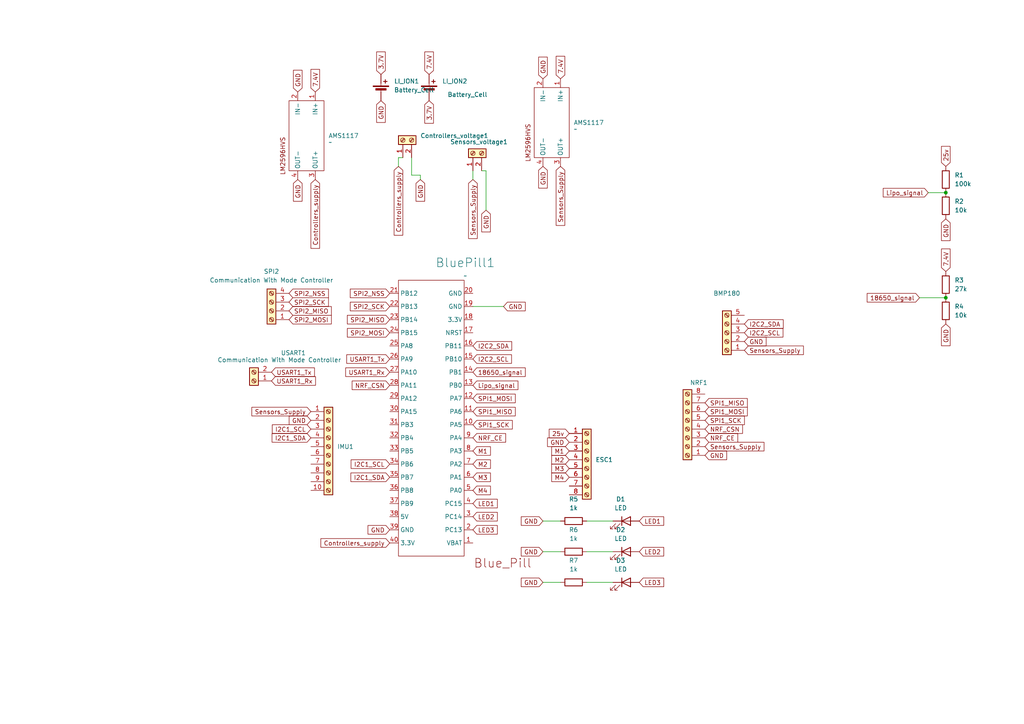
<source format=kicad_sch>
(kicad_sch (version 20231120) (generator "eeschema") (generator_version "8.0")
  (paper "A4")
  (lib_symbols
    (symbol "Connector:Screw_Terminal_01x02" (pin_names (offset 1.016) hide)
      (property "Reference" "J" (at 0 2.54 0))
      (property "Value" "Screw_Terminal_01x02" (at 0 -5.08 0))
      (symbol "Screw_Terminal_01x02_1_1"
        (rectangle (start -1.27 1.27) (end 1.27 -3.81) (stroke (width 0.254)) (fill (type background)))
        (circle (center 0 -2.54) (radius 0.635) (stroke (width 0.1524)))
        (polyline (pts (xy -0.5334 -2.2098) (xy 0.3302 -3.048)) (stroke (width 0.1524)))
        (polyline (pts (xy -0.5334 0.3302) (xy 0.3302 -0.508)) (stroke (width 0.1524)))
        (polyline (pts (xy -0.3556 -2.032) (xy 0.508 -2.8702)) (stroke (width 0.1524)))
        (polyline (pts (xy -0.3556 0.508) (xy 0.508 -0.3302)) (stroke (width 0.1524)))
        (circle (center 0 0) (radius 0.635) (stroke (width 0.1524)))
        (pin passive line (at -5.08 0 0) (length 3.81) (name "Pin_1") (number "1"))
        (pin passive line (at -5.08 -2.54 0) (length 3.81) (name "Pin_2") (number "2"))
      )
    )
    (symbol "Connector:Screw_Terminal_01x04" (pin_names (offset 1.016) hide)
      (property "Reference" "J" (at 0 5.08 0))
      (property "Value" "Screw_Terminal_01x04" (at 0 -7.62 0))
      (symbol "Screw_Terminal_01x04_1_1"
        (rectangle (start -1.27 3.81) (end 1.27 -6.35) (stroke (width 0.254)) (fill (type background)))
        (circle (center 0 -5.08) (radius 0.635) (stroke (width 0.1524)))
        (circle (center 0 -2.54) (radius 0.635) (stroke (width 0.1524)))
        (polyline (pts (xy -0.5334 -4.7498) (xy 0.3302 -5.588)) (stroke (width 0.1524)))
        (polyline (pts (xy -0.5334 -2.2098) (xy 0.3302 -3.048)) (stroke (width 0.1524)))
        (polyline (pts (xy -0.5334 0.3302) (xy 0.3302 -0.508)) (stroke (width 0.1524)))
        (polyline (pts (xy -0.5334 2.8702) (xy 0.3302 2.032)) (stroke (width 0.1524)))
        (polyline (pts (xy -0.3556 -4.572) (xy 0.508 -5.4102)) (stroke (width 0.1524)))
        (polyline (pts (xy -0.3556 -2.032) (xy 0.508 -2.8702)) (stroke (width 0.1524)))
        (polyline (pts (xy -0.3556 0.508) (xy 0.508 -0.3302)) (stroke (width 0.1524)))
        (polyline (pts (xy -0.3556 3.048) (xy 0.508 2.2098)) (stroke (width 0.1524)))
        (circle (center 0 0) (radius 0.635) (stroke (width 0.1524)))
        (circle (center 0 2.54) (radius 0.635) (stroke (width 0.1524)))
        (pin passive line (at -5.08 2.54 0) (length 3.81) (name "Pin_1") (number "1"))
        (pin passive line (at -5.08 0 0) (length 3.81) (name "Pin_2") (number "2"))
        (pin passive line (at -5.08 -2.54 0) (length 3.81) (name "Pin_3") (number "3"))
        (pin passive line (at -5.08 -5.08 0) (length 3.81) (name "Pin_4") (number "4"))
      )
    )
    (symbol "Connector:Screw_Terminal_01x05" (pin_names (offset 1.016) hide)
      (property "Reference" "J" (at 0 7.62 0))
      (property "Value" "Screw_Terminal_01x05" (at 0 -7.62 0))
      (symbol "Screw_Terminal_01x05_1_1"
        (rectangle (start -1.27 6.35) (end 1.27 -6.35) (stroke (width 0.254)) (fill (type background)))
        (circle (center 0 -5.08) (radius 0.635) (stroke (width 0.1524)))
        (circle (center 0 -2.54) (radius 0.635) (stroke (width 0.1524)))
        (polyline (pts (xy -0.5334 -4.7498) (xy 0.3302 -5.588)) (stroke (width 0.1524)))
        (polyline (pts (xy -0.5334 -2.2098) (xy 0.3302 -3.048)) (stroke (width 0.1524)))
        (polyline (pts (xy -0.5334 0.3302) (xy 0.3302 -0.508)) (stroke (width 0.1524)))
        (polyline (pts (xy -0.5334 2.8702) (xy 0.3302 2.032)) (stroke (width 0.1524)))
        (polyline (pts (xy -0.5334 5.4102) (xy 0.3302 4.572)) (stroke (width 0.1524)))
        (polyline (pts (xy -0.3556 -4.572) (xy 0.508 -5.4102)) (stroke (width 0.1524)))
        (polyline (pts (xy -0.3556 -2.032) (xy 0.508 -2.8702)) (stroke (width 0.1524)))
        (polyline (pts (xy -0.3556 0.508) (xy 0.508 -0.3302)) (stroke (width 0.1524)))
        (polyline (pts (xy -0.3556 3.048) (xy 0.508 2.2098)) (stroke (width 0.1524)))
        (polyline (pts (xy -0.3556 5.588) (xy 0.508 4.7498)) (stroke (width 0.1524)))
        (circle (center 0 0) (radius 0.635) (stroke (width 0.1524)))
        (circle (center 0 2.54) (radius 0.635) (stroke (width 0.1524)))
        (circle (center 0 5.08) (radius 0.635) (stroke (width 0.1524)))
        (pin passive line (at -5.08 5.08 0) (length 3.81) (name "Pin_1") (number "1"))
        (pin passive line (at -5.08 2.54 0) (length 3.81) (name "Pin_2") (number "2"))
        (pin passive line (at -5.08 0 0) (length 3.81) (name "Pin_3") (number "3"))
        (pin passive line (at -5.08 -2.54 0) (length 3.81) (name "Pin_4") (number "4"))
        (pin passive line (at -5.08 -5.08 0) (length 3.81) (name "Pin_5") (number "5"))
      )
    )
    (symbol "Connector:Screw_Terminal_01x08" (pin_names (offset 1.016) hide)
      (property "Reference" "J" (at 0 10.16 0))
      (property "Value" "Screw_Terminal_01x08" (at 0 -12.7 0))
      (symbol "Screw_Terminal_01x08_1_1"
        (rectangle (start -1.27 8.89) (end 1.27 -11.43) (stroke (width 0.254)) (fill (type background)))
        (circle (center 0 -10.16) (radius 0.635) (stroke (width 0.1524)))
        (circle (center 0 -7.62) (radius 0.635) (stroke (width 0.1524)))
        (circle (center 0 -5.08) (radius 0.635) (stroke (width 0.1524)))
        (circle (center 0 -2.54) (radius 0.635) (stroke (width 0.1524)))
        (polyline (pts (xy -0.5334 -9.8298) (xy 0.3302 -10.668)) (stroke (width 0.1524)))
        (polyline (pts (xy -0.5334 -7.2898) (xy 0.3302 -8.128)) (stroke (width 0.1524)))
        (polyline (pts (xy -0.5334 -4.7498) (xy 0.3302 -5.588)) (stroke (width 0.1524)))
        (polyline (pts (xy -0.5334 -2.2098) (xy 0.3302 -3.048)) (stroke (width 0.1524)))
        (polyline (pts (xy -0.5334 0.3302) (xy 0.3302 -0.508)) (stroke (width 0.1524)))
        (polyline (pts (xy -0.5334 2.8702) (xy 0.3302 2.032)) (stroke (width 0.1524)))
        (polyline (pts (xy -0.5334 5.4102) (xy 0.3302 4.572)) (stroke (width 0.1524)))
        (polyline (pts (xy -0.5334 7.9502) (xy 0.3302 7.112)) (stroke (width 0.1524)))
        (polyline (pts (xy -0.3556 -9.652) (xy 0.508 -10.4902)) (stroke (width 0.1524)))
        (polyline (pts (xy -0.3556 -7.112) (xy 0.508 -7.9502)) (stroke (width 0.1524)))
        (polyline (pts (xy -0.3556 -4.572) (xy 0.508 -5.4102)) (stroke (width 0.1524)))
        (polyline (pts (xy -0.3556 -2.032) (xy 0.508 -2.8702)) (stroke (width 0.1524)))
        (polyline (pts (xy -0.3556 0.508) (xy 0.508 -0.3302)) (stroke (width 0.1524)))
        (polyline (pts (xy -0.3556 3.048) (xy 0.508 2.2098)) (stroke (width 0.1524)))
        (polyline (pts (xy -0.3556 5.588) (xy 0.508 4.7498)) (stroke (width 0.1524)))
        (polyline (pts (xy -0.3556 8.128) (xy 0.508 7.2898)) (stroke (width 0.1524)))
        (circle (center 0 0) (radius 0.635) (stroke (width 0.1524)))
        (circle (center 0 2.54) (radius 0.635) (stroke (width 0.1524)))
        (circle (center 0 5.08) (radius 0.635) (stroke (width 0.1524)))
        (circle (center 0 7.62) (radius 0.635) (stroke (width 0.1524)))
        (pin passive line (at -5.08 7.62 0) (length 3.81) (name "Pin_1") (number "1"))
        (pin passive line (at -5.08 5.08 0) (length 3.81) (name "Pin_2") (number "2"))
        (pin passive line (at -5.08 2.54 0) (length 3.81) (name "Pin_3") (number "3"))
        (pin passive line (at -5.08 0 0) (length 3.81) (name "Pin_4") (number "4"))
        (pin passive line (at -5.08 -2.54 0) (length 3.81) (name "Pin_5") (number "5"))
        (pin passive line (at -5.08 -5.08 0) (length 3.81) (name "Pin_6") (number "6"))
        (pin passive line (at -5.08 -7.62 0) (length 3.81) (name "Pin_7") (number "7"))
        (pin passive line (at -5.08 -10.16 0) (length 3.81) (name "Pin_8") (number "8"))
      )
    )
    (symbol "Connector:Screw_Terminal_01x10" (pin_names (offset 1.016) hide)
      (property "Reference" "J" (at 0 12.7 0))
      (property "Value" "Screw_Terminal_01x10" (at 0 -15.24 0))
      (symbol "Screw_Terminal_01x10_1_1"
        (rectangle (start -1.27 11.43) (end 1.27 -13.97) (stroke (width 0.254)) (fill (type background)))
        (circle (center 0 -12.7) (radius 0.635) (stroke (width 0.1524)))
        (circle (center 0 -10.16) (radius 0.635) (stroke (width 0.1524)))
        (circle (center 0 -7.62) (radius 0.635) (stroke (width 0.1524)))
        (circle (center 0 -5.08) (radius 0.635) (stroke (width 0.1524)))
        (circle (center 0 -2.54) (radius 0.635) (stroke (width 0.1524)))
        (polyline (pts (xy -0.5334 -12.3698) (xy 0.3302 -13.208)) (stroke (width 0.1524)))
        (polyline (pts (xy -0.5334 -9.8298) (xy 0.3302 -10.668)) (stroke (width 0.1524)))
        (polyline (pts (xy -0.5334 -7.2898) (xy 0.3302 -8.128)) (stroke (width 0.1524)))
        (polyline (pts (xy -0.5334 -4.7498) (xy 0.3302 -5.588)) (stroke (width 0.1524)))
        (polyline (pts (xy -0.5334 -2.2098) (xy 0.3302 -3.048)) (stroke (width 0.1524)))
        (polyline (pts (xy -0.5334 0.3302) (xy 0.3302 -0.508)) (stroke (width 0.1524)))
        (polyline (pts (xy -0.5334 2.8702) (xy 0.3302 2.032)) (stroke (width 0.1524)))
        (polyline (pts (xy -0.5334 5.4102) (xy 0.3302 4.572)) (stroke (width 0.1524)))
        (polyline (pts (xy -0.5334 7.9502) (xy 0.3302 7.112)) (stroke (width 0.1524)))
        (polyline (pts (xy -0.5334 10.4902) (xy 0.3302 9.652)) (stroke (width 0.1524)))
        (polyline (pts (xy -0.3556 -12.192) (xy 0.508 -13.0302)) (stroke (width 0.1524)))
        (polyline (pts (xy -0.3556 -9.652) (xy 0.508 -10.4902)) (stroke (width 0.1524)))
        (polyline (pts (xy -0.3556 -7.112) (xy 0.508 -7.9502)) (stroke (width 0.1524)))
        (polyline (pts (xy -0.3556 -4.572) (xy 0.508 -5.4102)) (stroke (width 0.1524)))
        (polyline (pts (xy -0.3556 -2.032) (xy 0.508 -2.8702)) (stroke (width 0.1524)))
        (polyline (pts (xy -0.3556 0.508) (xy 0.508 -0.3302)) (stroke (width 0.1524)))
        (polyline (pts (xy -0.3556 3.048) (xy 0.508 2.2098)) (stroke (width 0.1524)))
        (polyline (pts (xy -0.3556 5.588) (xy 0.508 4.7498)) (stroke (width 0.1524)))
        (polyline (pts (xy -0.3556 8.128) (xy 0.508 7.2898)) (stroke (width 0.1524)))
        (polyline (pts (xy -0.3556 10.668) (xy 0.508 9.8298)) (stroke (width 0.1524)))
        (circle (center 0 0) (radius 0.635) (stroke (width 0.1524)))
        (circle (center 0 2.54) (radius 0.635) (stroke (width 0.1524)))
        (circle (center 0 5.08) (radius 0.635) (stroke (width 0.1524)))
        (circle (center 0 7.62) (radius 0.635) (stroke (width 0.1524)))
        (circle (center 0 10.16) (radius 0.635) (stroke (width 0.1524)))
        (pin passive line (at -5.08 10.16 0) (length 3.81) (name "Pin_1") (number "1"))
        (pin passive line (at -5.08 -12.7 0) (length 3.81) (name "Pin_10") (number "10"))
        (pin passive line (at -5.08 7.62 0) (length 3.81) (name "Pin_2") (number "2"))
        (pin passive line (at -5.08 5.08 0) (length 3.81) (name "Pin_3") (number "3"))
        (pin passive line (at -5.08 2.54 0) (length 3.81) (name "Pin_4") (number "4"))
        (pin passive line (at -5.08 0 0) (length 3.81) (name "Pin_5") (number "5"))
        (pin passive line (at -5.08 -2.54 0) (length 3.81) (name "Pin_6") (number "6"))
        (pin passive line (at -5.08 -5.08 0) (length 3.81) (name "Pin_7") (number "7"))
        (pin passive line (at -5.08 -7.62 0) (length 3.81) (name "Pin_8") (number "8"))
        (pin passive line (at -5.08 -10.16 0) (length 3.81) (name "Pin_9") (number "9"))
      )
    )
    (symbol "Device:Battery_Cell" (pin_numbers hide) (pin_names (offset 0) hide)
      (property "Reference" "BT" (at 2.54 2.54 0))
      (property "Value" "Battery_Cell" (at 2.54 0 0))
      (symbol "Battery_Cell_0_1"
        (rectangle (start -2.286 1.778) (end 2.286 1.524) (fill (type outline)))
        (rectangle (start -1.524 1.016) (end 1.524 0.508) (fill (type outline)))
        (polyline (pts (xy 0 0.762) (xy 0 0)))
        (polyline (pts (xy 0 1.778) (xy 0 2.54)))
        (polyline (pts (xy 0.762 3.048) (xy 1.778 3.048)) (stroke (width 0.254)))
        (polyline (pts (xy 1.27 3.556) (xy 1.27 2.54)) (stroke (width 0.254)))
      )
      (symbol "Battery_Cell_1_1"
        (pin passive line (at 0 5.08 270) (length 2.54) (name "+") (number "1"))
        (pin passive line (at 0 -2.54 90) (length 2.54) (name "-") (number "2"))
      )
    )
    (symbol "Device:LED" (pin_numbers hide) (pin_names (offset 1.016) hide)
      (property "Reference" "D" (at 0 2.54 0))
      (property "Value" "LED" (at 0 -2.54 0))
      (symbol "LED_0_1"
        (polyline (pts (xy -1.27 -1.27) (xy -1.27 1.27)) (stroke (width 0.254)))
        (polyline (pts (xy -1.27 0) (xy 1.27 0)))
        (polyline (pts (xy 1.27 -1.27) (xy 1.27 1.27) (xy -1.27 0) (xy 1.27 -1.27)) (stroke (width 0.254)))
        (polyline (pts (xy -3.048 -0.762) (xy -4.572 -2.286) (xy -3.81 -2.286) (xy -4.572 -2.286) (xy -4.572 -1.524)))
        (polyline (pts (xy -1.778 -0.762) (xy -3.302 -2.286) (xy -2.54 -2.286) (xy -3.302 -2.286) (xy -3.302 -1.524)))
      )
      (symbol "LED_1_1"
        (pin passive line (at -3.81 0 0) (length 2.54) (name "K") (number "1"))
        (pin passive line (at 3.81 0 180) (length 2.54) (name "A") (number "2"))
      )
    )
    (symbol "Device:R" (pin_numbers hide) (pin_names (offset 0))
      (property "Reference" "R" (at 2.032 0 90))
      (property "Value" "R" (at 0 0 90))
      (symbol "R_0_1"
        (rectangle (start -1.016 -2.54) (end 1.016 2.54) (stroke (width 0.254)))
      )
      (symbol "R_1_1"
        (pin passive line (at 0 3.81 270) (length 1.27) (name "~") (number "1"))
        (pin passive line (at 0 -3.81 90) (length 1.27) (name "~") (number "2"))
      )
    )
    (symbol "LM2596HVS_1"
      (property "Reference" "VR" (at -9.652 7.366 0))
      (symbol "LM2596HVS_1_0_1"
        (rectangle (start -10.16 5.08) (end 10.16 -5.08))
      )
      (symbol "LM2596HVS_1_1_1"
        (text "LM2596HVS\n" (at 5.842 -6.858 0) (effects (font (size 1.27 1.27))))
        (pin input line (at -12.7 2.54 0) (length 2.54) (name "IN+") (number "1"))
        (pin input line (at -12.7 -2.54 0) (length 2.54) (name "IN-") (number "2"))
        (pin output line (at 12.7 2.54 180) (length 2.54) (name "OUT+") (number "3"))
        (pin output line (at 12.7 -2.54 180) (length 2.54) (name "OUT-") (number "4"))
      )
    )
    (symbol "M4_library:Blue_Pill"
      (property "Reference" "IC" (at -32.258 61.976 0))
      (symbol "Blue_Pill_0_1"
        (rectangle (start -6.35 53.34) (end 12.7 -26.67))
      )
      (symbol "Blue_Pill_1_1"
        (text "Blue_Pill\n" (at 23.876 -28.702 0) (effects (font (size 2.54 2.54))))
        (pin output line (at 15.24 -22.86 180) (length 2.54) (name "VBAT") (number "1"))
        (pin output line (at 15.24 11.43 180) (length 2.54) (name "PA5") (number "10"))
        (pin output line (at 15.24 15.24 180) (length 2.54) (name "PA6") (number "11"))
        (pin output line (at 15.24 19.05 180) (length 2.54) (name "PA7") (number "12"))
        (pin output line (at 15.24 22.86 180) (length 2.54) (name "PB0") (number "13"))
        (pin output line (at 15.24 26.67 180) (length 2.54) (name "PB1") (number "14"))
        (pin output line (at 15.24 30.48 180) (length 2.54) (name "PB10") (number "15"))
        (pin output line (at 15.24 34.29 180) (length 2.54) (name "PB11") (number "16"))
        (pin output line (at 15.24 38.1 180) (length 2.54) (name "NRST") (number "17"))
        (pin input line (at 15.24 41.91 180) (length 2.54) (name "3.3V") (number "18"))
        (pin input line (at 15.24 45.72 180) (length 2.54) (name "GND") (number "19"))
        (pin output line (at 15.24 -19.05 180) (length 2.54) (name "PC13") (number "2"))
        (pin input line (at 15.24 49.53 180) (length 2.54) (name "GND") (number "20"))
        (pin output line (at -8.89 49.53 0) (length 2.54) (name "PB12") (number "21"))
        (pin output line (at -8.89 45.72 0) (length 2.54) (name "PB13") (number "22"))
        (pin output line (at -8.89 41.91 0) (length 2.54) (name "PB14") (number "23"))
        (pin output line (at -8.89 38.1 0) (length 2.54) (name "PB15") (number "24"))
        (pin output line (at -8.89 34.29 0) (length 2.54) (name "PA8") (number "25"))
        (pin output line (at -8.89 30.48 0) (length 2.54) (name "PA9") (number "26"))
        (pin output line (at -8.89 26.67 0) (length 2.54) (name "PA10") (number "27"))
        (pin output line (at -8.89 22.86 0) (length 2.54) (name "PA11") (number "28"))
        (pin output line (at -8.89 19.05 0) (length 2.54) (name "PA12") (number "29"))
        (pin output line (at 15.24 -15.24 180) (length 2.54) (name "PC14") (number "3"))
        (pin output line (at -8.89 15.24 0) (length 2.54) (name "PA15") (number "30"))
        (pin output line (at -8.89 11.43 0) (length 2.54) (name "PB3") (number "31"))
        (pin output line (at -8.89 7.62 0) (length 2.54) (name "PB4") (number "32"))
        (pin output line (at -8.89 3.81 0) (length 2.54) (name "PB5") (number "33"))
        (pin output line (at -8.89 0 0) (length 2.54) (name "PB6") (number "34"))
        (pin output line (at -8.89 -3.81 0) (length 2.54) (name "PB7") (number "35"))
        (pin output line (at -8.89 -7.62 0) (length 2.54) (name "PB8") (number "36"))
        (pin output line (at -8.89 -11.43 0) (length 2.54) (name "PB9") (number "37"))
        (pin input line (at -8.89 -15.24 0) (length 2.54) (name "5V") (number "38"))
        (pin input line (at -8.89 -19.05 0) (length 2.54) (name "GND") (number "39"))
        (pin output line (at 15.24 -11.43 180) (length 2.54) (name "PC15") (number "4"))
        (pin input line (at -8.89 -22.86 0) (length 2.54) (name "3.3V") (number "40"))
        (pin output line (at 15.24 -7.62 180) (length 2.54) (name "PA0") (number "5"))
        (pin output line (at 15.24 -3.81 180) (length 2.54) (name "PA1") (number "6"))
        (pin output line (at 15.24 0 180) (length 2.54) (name "PA2") (number "7"))
        (pin output line (at 15.24 3.81 180) (length 2.54) (name "PA3") (number "8"))
        (pin output line (at 15.24 7.62 180) (length 2.54) (name "PA4") (number "9"))
      )
    )
    (symbol "M4_library:LM2596HVS"
      (property "Reference" "VR1" (at 0.6331 8.89 0))
      (property "Value" "~" (at 0.6331 6.35 0))
      (symbol "LM2596HVS_0_1"
        (rectangle (start -10.16 5.08) (end 10.16 -5.08))
      )
      (symbol "LM2596HVS_1_1"
        (text "LM2596HVS\n" (at 5.842 -6.858 0) (effects (font (size 1.27 1.27))))
        (pin input line (at -12.7 2.54 0) (length 2.54) (name "IN+") (number "1"))
        (pin input line (at -12.7 -2.54 0) (length 2.54) (name "IN-") (number "2"))
        (pin output line (at 12.7 2.54 180) (length 2.54) (name "OUT+") (number "3"))
        (pin output line (at 12.7 -2.54 180) (length 2.54) (name "OUT-") (number "4"))
      )
    )
  )
  (junction (at 274.32 55.88))
  (junction (at 274.32 86.36))
  (wire (pts (xy 115.57 48.26) (xy 115.57 45.72)))
  (wire (pts (xy 137.16 88.9) (xy 146.05 88.9)))
  (wire (pts (xy 115.57 45.72) (xy 116.84 45.72)))
  (wire (pts (xy 121.92 50.8) (xy 119.38 50.8)))
  (wire (pts (xy 269.24 55.88) (xy 274.32 55.88)))
  (wire (pts (xy 157.48 151.13) (xy 162.56 151.13)))
  (wire (pts (xy 140.97 60.96) (xy 140.97 49.53)))
  (wire (pts (xy 157.48 160.02) (xy 162.56 160.02)))
  (wire (pts (xy 119.38 50.8) (xy 119.38 45.72)))
  (wire (pts (xy 157.48 168.91) (xy 162.56 168.91)))
  (wire (pts (xy 266.7 86.36) (xy 274.32 86.36)))
  (wire (pts (xy 140.97 49.53) (xy 139.7 49.53)))
  (wire (pts (xy 170.18 168.91) (xy 177.8 168.91)))
  (wire (pts (xy 170.18 151.13) (xy 177.8 151.13)))
  (wire (pts (xy 170.18 160.02) (xy 177.8 160.02)))
  (wire (pts (xy 121.92 50.8) (xy 121.92 52.07)))
  (wire (pts (xy 137.16 49.53) (xy 137.16 52.07)))
  (global_label "7.4V" (shape input) (at 162.56 22.86 90) (property "Intersheetrefs" "${INTERSHEET_REFS}" (effects (hide yes))))
  (global_label "18650_signal" (shape input) (at 137.16 107.95 0) (property "Intersheetrefs" "${INTERSHEET_REFS}" (effects (hide yes))))
  (global_label "LED1" (shape input) (at 185.42 151.13 0) (property "Intersheetrefs" "${INTERSHEET_REFS}" (effects (hide yes))))
  (global_label "NRF_CSN" (shape input) (at 204.47 124.46 0) (property "Intersheetrefs" "${INTERSHEET_REFS}" (effects (hide yes))))
  (global_label "M4" (shape input) (at 137.16 142.24 0) (property "Intersheetrefs" "${INTERSHEET_REFS}" (effects (hide yes))))
  (global_label "GND" (shape input) (at 274.32 93.98 270) (property "Intersheetrefs" "${INTERSHEET_REFS}" (effects (hide yes))))
  (global_label "USART1_Tx" (shape input) (at 113.03 104.14 180) (property "Intersheetrefs" "${INTERSHEET_REFS}" (effects (hide yes))))
  (global_label "GND" (shape input) (at 113.03 153.67 180) (property "Intersheetrefs" "${INTERSHEET_REFS}" (effects (hide yes))))
  (global_label "SPI2_NSS" (shape input) (at 83.82 85.09 0) (property "Intersheetrefs" "${INTERSHEET_REFS}" (effects (hide yes))))
  (global_label "NRF_CE" (shape input) (at 204.47 127 0) (property "Intersheetrefs" "${INTERSHEET_REFS}" (effects (hide yes))))
  (global_label "GND" (shape input) (at 157.48 151.13 180) (property "Intersheetrefs" "${INTERSHEET_REFS}" (effects (hide yes))))
  (global_label "SPI1_SCK" (shape input) (at 137.16 123.19 0) (property "Intersheetrefs" "${INTERSHEET_REFS}" (effects (hide yes))))
  (global_label "USART1_Rx" (shape input) (at 113.03 107.95 180) (property "Intersheetrefs" "${INTERSHEET_REFS}" (effects (hide yes))))
  (global_label "25v" (shape input) (at 165.1 125.73 180) (property "Intersheetrefs" "${INTERSHEET_REFS}" (effects (hide yes))))
  (global_label "USART1_Rx" (shape input) (at 78.74 110.49 0) (property "Intersheetrefs" "${INTERSHEET_REFS}" (effects (hide yes))))
  (global_label "M4" (shape input) (at 165.1 138.43 180) (property "Intersheetrefs" "${INTERSHEET_REFS}" (effects (hide yes))))
  (global_label "GND" (shape input) (at 110.49 29.21 270) (property "Intersheetrefs" "${INTERSHEET_REFS}" (effects (hide yes))))
  (global_label "7.4V" (shape input) (at 91.44 26.67 90) (property "Intersheetrefs" "${INTERSHEET_REFS}" (effects (hide yes))))
  (global_label "Sensors_Supply" (shape input) (at 90.17 119.38 180) (property "Intersheetrefs" "${INTERSHEET_REFS}" (effects (hide yes))))
  (global_label "GND" (shape input) (at 146.05 88.9 0) (property "Intersheetrefs" "${INTERSHEET_REFS}" (effects (hide yes))))
  (global_label "Sensors_Supply" (shape input) (at 215.9 101.6 0) (property "Intersheetrefs" "${INTERSHEET_REFS}" (effects (hide yes))))
  (global_label "SPI2_SCK" (shape input) (at 113.03 88.9 180) (property "Intersheetrefs" "${INTERSHEET_REFS}" (effects (hide yes))))
  (global_label "Sensors_Supply" (shape input) (at 204.47 129.54 0) (property "Intersheetrefs" "${INTERSHEET_REFS}" (effects (hide yes))))
  (global_label "GND" (shape input) (at 157.48 22.86 90) (property "Intersheetrefs" "${INTERSHEET_REFS}" (effects (hide yes))))
  (global_label "I2C1_SDA" (shape input) (at 90.17 127 180) (property "Intersheetrefs" "${INTERSHEET_REFS}" (effects (hide yes))))
  (global_label "SPI2_NSS" (shape input) (at 113.03 85.09 180) (property "Intersheetrefs" "${INTERSHEET_REFS}" (effects (hide yes))))
  (global_label "25v" (shape input) (at 274.32 48.26 90) (property "Intersheetrefs" "${INTERSHEET_REFS}" (effects (hide yes))))
  (global_label "I2C1_SDA" (shape input) (at 113.03 138.43 180) (property "Intersheetrefs" "${INTERSHEET_REFS}" (effects (hide yes))))
  (global_label "USART1_Tx" (shape input) (at 78.74 107.95 0) (property "Intersheetrefs" "${INTERSHEET_REFS}" (effects (hide yes))))
  (global_label "Lipo_signal" (shape input) (at 137.16 111.76 0) (property "Intersheetrefs" "${INTERSHEET_REFS}" (effects (hide yes))))
  (global_label "GND" (shape input) (at 157.48 168.91 180) (property "Intersheetrefs" "${INTERSHEET_REFS}" (effects (hide yes))))
  (global_label "Controllers_supply" (shape input) (at 113.03 157.48 180) (property "Intersheetrefs" "${INTERSHEET_REFS}" (effects (hide yes))))
  (global_label "GND" (shape input) (at 90.17 121.92 180) (property "Intersheetrefs" "${INTERSHEET_REFS}" (effects (hide yes))))
  (global_label "7.4V" (shape input) (at 274.32 78.74 90) (property "Intersheetrefs" "${INTERSHEET_REFS}" (effects (hide yes))))
  (global_label "GND" (shape input) (at 157.48 160.02 180) (property "Intersheetrefs" "${INTERSHEET_REFS}" (effects (hide yes))))
  (global_label "SPI2_MOSI" (shape input) (at 83.82 92.71 0) (property "Intersheetrefs" "${INTERSHEET_REFS}" (effects (hide yes))))
  (global_label "Controllers_supply" (shape input) (at 91.44 52.07 270) (property "Intersheetrefs" "${INTERSHEET_REFS}" (effects (hide yes))))
  (global_label "I2C1_SCL" (shape input) (at 90.17 124.46 180) (property "Intersheetrefs" "${INTERSHEET_REFS}" (effects (hide yes))))
  (global_label "M2" (shape input) (at 137.16 134.62 0) (property "Intersheetrefs" "${INTERSHEET_REFS}" (effects (hide yes))))
  (global_label "Sensors_Supply" (shape input) (at 162.56 48.26 270) (property "Intersheetrefs" "${INTERSHEET_REFS}" (effects (hide yes))))
  (global_label "LED2" (shape input) (at 185.42 160.02 0) (property "Intersheetrefs" "${INTERSHEET_REFS}" (effects (hide yes))))
  (global_label "GND" (shape input) (at 215.9 99.06 0) (property "Intersheetrefs" "${INTERSHEET_REFS}" (effects (hide yes))))
  (global_label "I2C2_SCL" (shape input) (at 215.9 96.52 0) (property "Intersheetrefs" "${INTERSHEET_REFS}" (effects (hide yes))))
  (global_label "SPI1_MOSI" (shape input) (at 204.47 119.38 0) (property "Intersheetrefs" "${INTERSHEET_REFS}" (effects (hide yes))))
  (global_label "SPI1_MOSI" (shape input) (at 137.16 115.57 0) (property "Intersheetrefs" "${INTERSHEET_REFS}" (effects (hide yes))))
  (global_label "GND" (shape input) (at 165.1 128.27 180) (property "Intersheetrefs" "${INTERSHEET_REFS}" (effects (hide yes))))
  (global_label "M1" (shape input) (at 165.1 130.81 180) (property "Intersheetrefs" "${INTERSHEET_REFS}" (effects (hide yes))))
  (global_label "Sensors_Supply" (shape input) (at 137.16 52.07 270) (property "Intersheetrefs" "${INTERSHEET_REFS}" (effects (hide yes))))
  (global_label "SPI1_MISO" (shape input) (at 204.47 116.84 0) (property "Intersheetrefs" "${INTERSHEET_REFS}" (effects (hide yes))))
  (global_label "GND" (shape input) (at 157.48 48.26 270) (property "Intersheetrefs" "${INTERSHEET_REFS}" (effects (hide yes))))
  (global_label "GND" (shape input) (at 204.47 132.08 0) (property "Intersheetrefs" "${INTERSHEET_REFS}" (effects (hide yes))))
  (global_label "M2" (shape input) (at 165.1 133.35 180) (property "Intersheetrefs" "${INTERSHEET_REFS}" (effects (hide yes))))
  (global_label "GND" (shape input) (at 274.32 63.5 270) (property "Intersheetrefs" "${INTERSHEET_REFS}" (effects (hide yes))))
  (global_label "SPI1_MISO" (shape input) (at 137.16 119.38 0) (property "Intersheetrefs" "${INTERSHEET_REFS}" (effects (hide yes))))
  (global_label "LED3" (shape input) (at 185.42 168.91 0) (property "Intersheetrefs" "${INTERSHEET_REFS}" (effects (hide yes))))
  (global_label "3.7V" (shape input) (at 110.49 21.59 90) (property "Intersheetrefs" "${INTERSHEET_REFS}" (effects (hide yes))))
  (global_label "I2C2_SCL" (shape input) (at 137.16 104.14 0) (property "Intersheetrefs" "${INTERSHEET_REFS}" (effects (hide yes))))
  (global_label "18650_signal" (shape input) (at 266.7 86.36 180) (property "Intersheetrefs" "${INTERSHEET_REFS}" (effects (hide yes))))
  (global_label "GND" (shape input) (at 86.36 26.67 90) (property "Intersheetrefs" "${INTERSHEET_REFS}" (effects (hide yes))))
  (global_label "SPI2_MISO" (shape input) (at 113.03 92.71 180) (property "Intersheetrefs" "${INTERSHEET_REFS}" (effects (hide yes))))
  (global_label "M3" (shape input) (at 165.1 135.89 180) (property "Intersheetrefs" "${INTERSHEET_REFS}" (effects (hide yes))))
  (global_label "NRF_CE" (shape input) (at 137.16 127 0) (property "Intersheetrefs" "${INTERSHEET_REFS}" (effects (hide yes))))
  (global_label "7.4V" (shape input) (at 124.46 21.59 90) (property "Intersheetrefs" "${INTERSHEET_REFS}" (effects (hide yes))))
  (global_label "Lipo_signal" (shape input) (at 269.24 55.88 180) (property "Intersheetrefs" "${INTERSHEET_REFS}" (effects (hide yes))))
  (global_label "M1" (shape input) (at 137.16 130.81 0) (property "Intersheetrefs" "${INTERSHEET_REFS}" (effects (hide yes))))
  (global_label "LED3" (shape input) (at 137.16 153.67 0) (property "Intersheetrefs" "${INTERSHEET_REFS}" (effects (hide yes))))
  (global_label "M3" (shape input) (at 137.16 138.43 0) (property "Intersheetrefs" "${INTERSHEET_REFS}" (effects (hide yes))))
  (global_label "LED1" (shape input) (at 137.16 146.05 0) (property "Intersheetrefs" "${INTERSHEET_REFS}" (effects (hide yes))))
  (global_label "GND" (shape input) (at 121.92 52.07 270) (property "Intersheetrefs" "${INTERSHEET_REFS}" (effects (hide yes))))
  (global_label "GND" (shape input) (at 86.36 52.07 270) (property "Intersheetrefs" "${INTERSHEET_REFS}" (effects (hide yes))))
  (global_label "SPI2_SCK" (shape input) (at 83.82 87.63 0) (property "Intersheetrefs" "${INTERSHEET_REFS}" (effects (hide yes))))
  (global_label "NRF_CSN" (shape input) (at 113.03 111.76 180) (property "Intersheetrefs" "${INTERSHEET_REFS}" (effects (hide yes))))
  (global_label "I2C1_SCL" (shape input) (at 113.03 134.62 180) (property "Intersheetrefs" "${INTERSHEET_REFS}" (effects (hide yes))))
  (global_label "I2C2_SDA" (shape input) (at 215.9 93.98 0) (property "Intersheetrefs" "${INTERSHEET_REFS}" (effects (hide yes))))
  (global_label "Controllers_supply" (shape input) (at 115.57 48.26 270) (property "Intersheetrefs" "${INTERSHEET_REFS}" (effects (hide yes))))
  (global_label "SPI2_MISO" (shape input) (at 83.82 90.17 0) (property "Intersheetrefs" "${INTERSHEET_REFS}" (effects (hide yes))))
  (global_label "GND" (shape input) (at 140.97 60.96 270) (property "Intersheetrefs" "${INTERSHEET_REFS}" (effects (hide yes))))
  (global_label "LED2" (shape input) (at 137.16 149.86 0) (property "Intersheetrefs" "${INTERSHEET_REFS}" (effects (hide yes))))
  (global_label "SPI1_SCK" (shape input) (at 204.47 121.92 0) (property "Intersheetrefs" "${INTERSHEET_REFS}" (effects (hide yes))))
  (global_label "I2C2_SDA" (shape input) (at 137.16 100.33 0) (property "Intersheetrefs" "${INTERSHEET_REFS}" (effects (hide yes))))
  (global_label "3.7V" (shape input) (at 124.46 29.21 270) (property "Intersheetrefs" "${INTERSHEET_REFS}" (effects (hide yes))))
  (global_label "SPI2_MOSI" (shape input) (at 113.03 96.52 180) (property "Intersheetrefs" "${INTERSHEET_REFS}" (effects (hide yes))))
  (symbol (lib_id "Device:R") (at 274.32 90.17 0) (unit 1)
    (property "Reference" "R4" (at 276.86 88.8999 0) (effects (justify left)))
    (property "Value" "10k" (at 276.86 91.4399 0) (effects (justify left)))
    (property "Footprint" "Resistor_THT:R_Axial_DIN0204_L3.6mm_D1.6mm_P2.54mm_Vertical" (effects (hide yes)))
    (property "Description" "Resistor" (effects (hide yes)))
  )
  (symbol (lib_id "Device:R") (at 274.32 82.55 0) (unit 1)
    (property "Reference" "R3" (at 276.86 81.2799 0) (effects (justify left)))
    (property "Value" "27k" (at 276.86 83.8199 0) (effects (justify left)))
    (property "Footprint" "Resistor_THT:R_Axial_DIN0204_L3.6mm_D1.6mm_P2.54mm_Vertical" (effects (hide yes)))
    (property "Description" "Resistor" (effects (hide yes)))
  )
  (symbol (lib_id "Connector:Screw_Terminal_01x08") (at 170.18 133.35 0) (unit 1)
    (property "Reference" "ESC1" (at 172.72 133.3499 0) (effects (justify left)))
    (property "Value" "Screw_Terminal_01x08" (effects (hide yes)))
    (property "Footprint" "M4_PCB:ESC" (effects (hide yes)))
    (property "Description" "Generic screw terminal, single row, 01x08, script generated (kicad-library-utils/schlib/autogen/connector/)" (effects (hide yes)))
  )
  (symbol (lib_id "Device:LED") (at 181.61 168.91 0) (unit 1)
    (property "Reference" "D3" (at 180.0225 162.56 0))
    (property "Value" "LED" (at 180.0225 165.1 0))
    (property "Footprint" "LED_THT:LED_D3.0mm" (effects (hide yes)))
    (property "Description" "Light emitting diode" (effects (hide yes)))
  )
  (symbol (lib_id "Device:Battery_Cell") (at 110.49 26.67 0) (unit 1)
    (property "Reference" "LI_ION1" (at 114.3 23.5584 0) (effects (justify left)))
    (property "Value" "Battery_Cell" (at 114.3 26.0984 0) (effects (justify left)))
    (property "Footprint" "Connector_PinHeader_2.54mm:PinHeader_1x02_P2.54mm_Vertical" (effects (hide yes)))
    (property "Description" "Single-cell battery" (effects (hide yes)))
  )
  (symbol (lib_name "LM2596HVS_1") (lib_id "M4_library:LM2596HVS") (at 160.02 35.56 270) (unit 1)
    (property "Reference" "AMS1117" (at 166.37 35.558 90) (effects (justify left)))
    (property "Value" "~" (at 166.37 37.4631 90) (effects (justify left)))
    (property "Footprint" "M4_PCB:3.3v_regulator" (effects (hide yes)))
  )
  (symbol (lib_id "Device:R") (at 166.37 168.91 90) (unit 1)
    (property "Reference" "R7" (at 166.37 162.56 90))
    (property "Value" "1k" (at 166.37 165.1 90))
    (property "Footprint" "Resistor_THT:R_Axial_DIN0204_L3.6mm_D1.6mm_P2.54mm_Vertical" (effects (hide yes)))
    (property "Description" "Resistor" (effects (hide yes)))
  )
  (symbol (lib_id "Connector:Screw_Terminal_01x02") (at 137.16 44.45 90) (unit 1)
    (property "Reference" "Sensors_voltage1" (at 130.556 41.148 90) (effects (justify right)))
    (property "Value" "Screw_Terminal_01x02" (effects (hide yes)))
    (property "Footprint" "Connector_PinHeader_2.54mm:PinHeader_1x02_P2.54mm_Vertical" (effects (hide yes)))
    (property "Description" "Generic screw terminal, single row, 01x02, script generated (kicad-library-utils/schlib/autogen/connector/)" (effects (hide yes)))
  )
  (symbol (lib_id "Connector:Screw_Terminal_01x10") (at 95.25 129.54 0) (unit 1)
    (property "Reference" "IMU1" (at 97.79 129.5399 0) (effects (justify left)))
    (property "Value" "Screw_Terminal_01x10" (effects (hide yes)))
    (property "Footprint" "M4_PCB:MPU9250" (effects (hide yes)))
    (property "Description" "Generic screw terminal, single row, 01x10, script generated (kicad-library-utils/schlib/autogen/connector/)" (effects (hide yes)))
  )
  (symbol (lib_id "Device:R") (at 274.32 59.69 0) (unit 1)
    (property "Reference" "R2" (at 276.86 58.4199 0) (effects (justify left)))
    (property "Value" "10k" (at 276.86 60.9599 0) (effects (justify left)))
    (property "Footprint" "Resistor_THT:R_Axial_DIN0204_L3.6mm_D1.6mm_P2.54mm_Vertical" (effects (hide yes)))
    (property "Description" "Resistor" (effects (hide yes)))
  )
  (symbol (lib_id "M4_library:LM2596HVS") (at 88.9 39.37 270) (unit 1)
    (property "Reference" "AMS1117" (at 95.25 39.368 90) (effects (justify left)))
    (property "Value" "~" (at 95.25 41.2731 90) (effects (justify left)))
    (property "Footprint" "M4_PCB:3.3v_regulator" (effects (hide yes)))
  )
  (symbol (lib_id "Connector:Screw_Terminal_01x02") (at 73.66 110.49 180) (unit 1)
    (property "Reference" "USART1" (at 85.09 102.362 0))
    (property "Value" "Communication With Mode Controller" (at 81.026 104.394 0))
    (property "Footprint" "Connector_PinHeader_2.54mm:PinHeader_1x02_P2.54mm_Vertical" (effects (hide yes)))
    (property "Description" "Generic screw terminal, single row, 01x02, script generated (kicad-library-utils/schlib/autogen/connector/)" (effects (hide yes)))
  )
  (symbol (lib_id "Device:R") (at 274.32 52.07 0) (unit 1)
    (property "Reference" "R1" (at 276.86 50.7999 0) (effects (justify left)))
    (property "Value" "100k" (at 276.86 53.3399 0) (effects (justify left)))
    (property "Footprint" "Resistor_THT:R_Axial_DIN0204_L3.6mm_D1.6mm_P2.54mm_Vertical" (effects (hide yes)))
    (property "Description" "Resistor" (effects (hide yes)))
  )
  (symbol (lib_id "Connector:Screw_Terminal_01x05") (at 210.82 96.52 180) (unit 1)
    (property "Reference" "BMP180" (at 210.82 85.09 0))
    (property "Value" "Screw_Terminal_01x05" (effects (hide yes)))
    (property "Footprint" "M4_PCB:BMP180" (effects (hide yes)))
    (property "Description" "Generic screw terminal, single row, 01x05, script generated (kicad-library-utils/schlib/autogen/connector/)" (effects (hide yes)))
  )
  (symbol (lib_id "Connector:Screw_Terminal_01x08") (at 199.39 124.46 180) (unit 1)
    (property "Reference" "NRF1" (at 202.692 110.998 0))
    (property "Value" "Screw_Terminal_01x08" (effects (hide yes)))
    (property "Footprint" "M4_PCB:NRF24L1" (effects (hide yes)))
    (property "Description" "Generic screw terminal, single row, 01x08, script generated (kicad-library-utils/schlib/autogen/connector/)" (effects (hide yes)))
  )
  (symbol (lib_id "Device:R") (at 166.37 160.02 90) (unit 1)
    (property "Reference" "R6" (at 166.37 153.67 90))
    (property "Value" "1k" (at 166.37 156.21 90))
    (property "Footprint" "Resistor_THT:R_Axial_DIN0204_L3.6mm_D1.6mm_P2.54mm_Vertical" (effects (hide yes)))
    (property "Description" "Resistor" (effects (hide yes)))
  )
  (symbol (lib_id "Device:Battery_Cell") (at 124.46 26.67 0) (unit 1)
    (property "Reference" "LI_ION2" (at 128.27 23.5584 0) (effects (justify left)))
    (property "Value" "Battery_Cell" (at 129.794 27.432 0) (effects (justify left)))
    (property "Footprint" "Connector_PinHeader_2.54mm:PinHeader_1x02_P2.54mm_Vertical" (effects (hide yes)))
    (property "Description" "Single-cell battery" (effects (hide yes)))
  )
  (symbol (lib_id "M4_library:Blue_Pill") (at 121.92 134.62 0) (unit 1)
    (property "Reference" "BluePill1" (at 134.967 76.2 0) (effects (font (size 2.54 2.54))))
    (property "Value" "~" (at 134.967 80.01 0))
    (property "Footprint" "M4_PCB:blue_pill" (effects (hide yes)))
  )
  (symbol (lib_id "Device:LED") (at 181.61 151.13 0) (unit 1)
    (property "Reference" "D1" (at 180.0225 144.78 0))
    (property "Value" "LED" (at 180.0225 147.32 0))
    (property "Footprint" "LED_THT:LED_D3.0mm" (effects (hide yes)))
    (property "Description" "Light emitting diode" (effects (hide yes)))
  )
  (symbol (lib_id "Connector:Screw_Terminal_01x04") (at 78.74 90.17 180) (unit 1)
    (property "Reference" "SPI2" (at 78.74 78.74 0))
    (property "Value" "Communication With Mode Controller" (at 78.74 81.28 0))
    (property "Footprint" "Connector_PinHeader_2.54mm:PinHeader_1x04_P2.54mm_Vertical" (effects (hide yes)))
    (property "Description" "Generic screw terminal, single row, 01x04, script generated (kicad-library-utils/schlib/autogen/connector/)" (effects (hide yes)))
  )
  (symbol (lib_id "Device:R") (at 166.37 151.13 90) (unit 1)
    (property "Reference" "R5" (at 166.37 144.78 90))
    (property "Value" "1k" (at 166.37 147.32 90))
    (property "Footprint" "Resistor_THT:R_Axial_DIN0204_L3.6mm_D1.6mm_P2.54mm_Vertical" (effects (hide yes)))
    (property "Description" "Resistor" (effects (hide yes)))
  )
  (symbol (lib_id "Connector:Screw_Terminal_01x02") (at 116.84 40.64 90) (unit 1)
    (property "Reference" "Controllers_voltage1" (at 121.92 39.3699 90) (effects (justify right)))
    (property "Value" "Screw_Terminal_01x02" (effects (hide yes)))
    (property "Footprint" "Connector_PinHeader_2.54mm:PinHeader_1x02_P2.54mm_Vertical" (effects (hide yes)))
    (property "Description" "Generic screw terminal, single row, 01x02, script generated (kicad-library-utils/schlib/autogen/connector/)" (effects (hide yes)))
  )
  (symbol (lib_id "Device:LED") (at 181.61 160.02 0) (unit 1)
    (property "Reference" "D2" (at 180.0225 153.67 0))
    (property "Value" "LED" (at 180.0225 156.21 0))
    (property "Footprint" "LED_THT:LED_D3.0mm" (effects (hide yes)))
    (property "Description" "Light emitting diode" (effects (hide yes)))
  )
)
</source>
